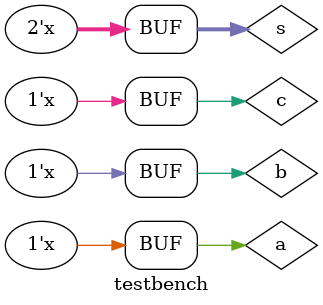
<source format=sv>
module testbench();

logic a = 0;
logic b = 0;
logic c = 0;
logic [0:1] s = 2'b00;
logic out;

always #50  a = ~a;
always #30  b = ~b;
always #20  c = ~c;
always #80  s[0] = ~s[0];
always #120 s[1] = ~s[1];

mux_src1 test1 (a, b, c, s, out);
mux_x test2 (a, b, s[0]);
mux_y test3 (a, c, s[1]);

endmodule
</source>
